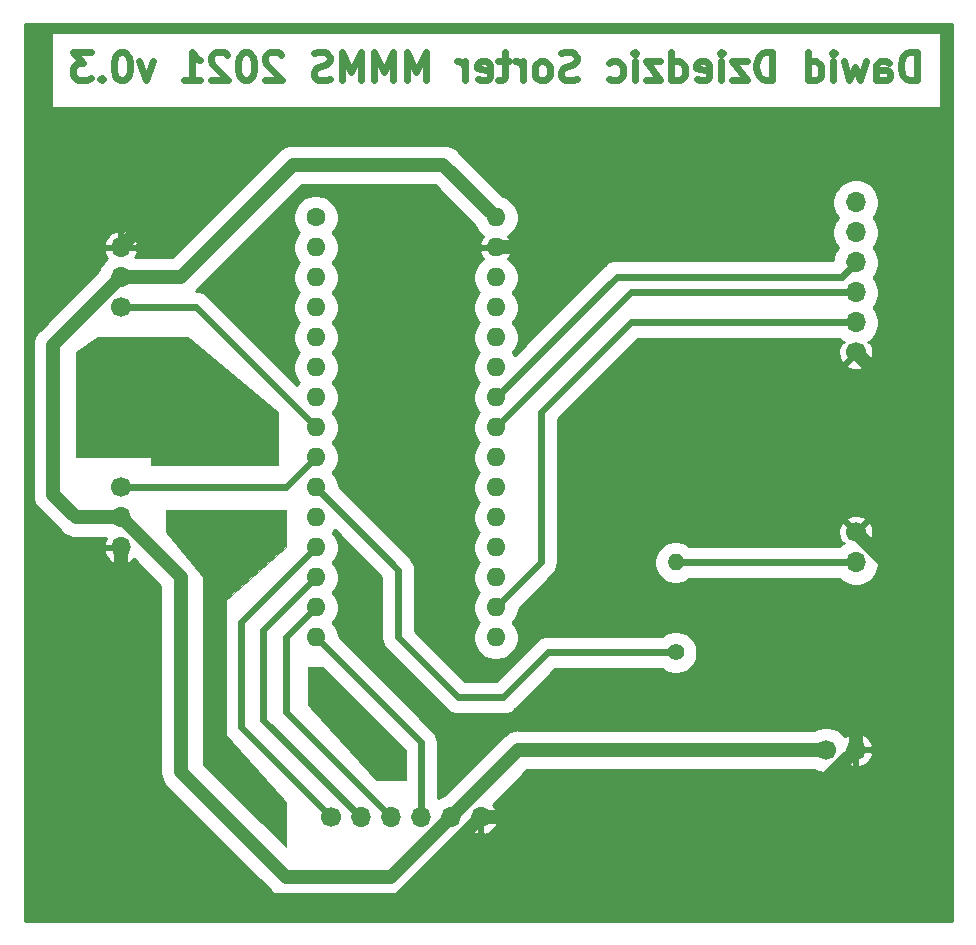
<source format=gbr>
%TF.GenerationSoftware,KiCad,Pcbnew,5.1.9*%
%TF.CreationDate,2021-05-09T20:13:58+02:00*%
%TF.ProjectId,mmms_sorter_schema,6d6d6d73-5f73-46f7-9274-65725f736368,rev?*%
%TF.SameCoordinates,Original*%
%TF.FileFunction,Copper,L1,Top*%
%TF.FilePolarity,Positive*%
%FSLAX46Y46*%
G04 Gerber Fmt 4.6, Leading zero omitted, Abs format (unit mm)*
G04 Created by KiCad (PCBNEW 5.1.9) date 2021-05-09 20:13:58*
%MOMM*%
%LPD*%
G01*
G04 APERTURE LIST*
%TA.AperFunction,NonConductor*%
%ADD10C,0.100000*%
%TD*%
%TA.AperFunction,NonConductor*%
%ADD11C,0.600000*%
%TD*%
%TA.AperFunction,ComponentPad*%
%ADD12O,1.700000X1.700000*%
%TD*%
%TA.AperFunction,ComponentPad*%
%ADD13C,1.700000*%
%TD*%
%TA.AperFunction,ComponentPad*%
%ADD14O,1.600000X1.600000*%
%TD*%
%TA.AperFunction,ComponentPad*%
%ADD15C,1.600000*%
%TD*%
%TA.AperFunction,ComponentPad*%
%ADD16O,1.400000X1.400000*%
%TD*%
%TA.AperFunction,ComponentPad*%
%ADD17C,1.400000*%
%TD*%
%TA.AperFunction,Conductor*%
%ADD18C,0.600000*%
%TD*%
%TA.AperFunction,Conductor*%
%ADD19C,1.200000*%
%TD*%
%TA.AperFunction,Conductor*%
%ADD20C,0.254000*%
%TD*%
%TA.AperFunction,Conductor*%
%ADD21C,0.100000*%
%TD*%
G04 APERTURE END LIST*
D10*
G36*
X137795000Y-103505000D02*
G01*
X137795000Y-106045000D01*
X135255000Y-106045000D01*
X129540000Y-99695000D01*
X129540000Y-96520000D01*
X130810000Y-96520000D01*
X137795000Y-103505000D01*
G37*
X137795000Y-103505000D02*
X137795000Y-106045000D01*
X135255000Y-106045000D01*
X129540000Y-99695000D01*
X129540000Y-96520000D01*
X130810000Y-96520000D01*
X137795000Y-103505000D01*
G36*
X127635000Y-86360000D02*
G01*
X122555000Y-90805000D01*
X122555000Y-102235000D01*
X127635000Y-107950000D01*
X127635000Y-111760000D01*
X120650000Y-104775000D01*
X120650000Y-88900000D01*
X117475000Y-85090000D01*
X117475000Y-83185000D01*
X127635000Y-83185000D01*
X127635000Y-86360000D01*
G37*
X127635000Y-86360000D02*
X122555000Y-90805000D01*
X122555000Y-102235000D01*
X127635000Y-107950000D01*
X127635000Y-111760000D01*
X120650000Y-104775000D01*
X120650000Y-88900000D01*
X117475000Y-85090000D01*
X117475000Y-83185000D01*
X127635000Y-83185000D01*
X127635000Y-86360000D01*
G36*
X127000000Y-74930000D02*
G01*
X127000000Y-79375000D01*
X116205000Y-79375000D01*
X116205000Y-78740000D01*
X109855000Y-78740000D01*
X109855000Y-69850000D01*
X111760000Y-68580000D01*
X119380000Y-68580000D01*
X127000000Y-74930000D01*
G37*
X127000000Y-74930000D02*
X127000000Y-79375000D01*
X116205000Y-79375000D01*
X116205000Y-78740000D01*
X109855000Y-78740000D01*
X109855000Y-69850000D01*
X111760000Y-68580000D01*
X119380000Y-68580000D01*
X127000000Y-74930000D01*
D11*
X181072142Y-46805714D02*
X181072142Y-44405714D01*
X180500714Y-44405714D01*
X180157857Y-44520000D01*
X179929285Y-44748571D01*
X179815000Y-44977142D01*
X179700714Y-45434285D01*
X179700714Y-45777142D01*
X179815000Y-46234285D01*
X179929285Y-46462857D01*
X180157857Y-46691428D01*
X180500714Y-46805714D01*
X181072142Y-46805714D01*
X177643571Y-46805714D02*
X177643571Y-45548571D01*
X177757857Y-45320000D01*
X177986428Y-45205714D01*
X178443571Y-45205714D01*
X178672142Y-45320000D01*
X177643571Y-46691428D02*
X177872142Y-46805714D01*
X178443571Y-46805714D01*
X178672142Y-46691428D01*
X178786428Y-46462857D01*
X178786428Y-46234285D01*
X178672142Y-46005714D01*
X178443571Y-45891428D01*
X177872142Y-45891428D01*
X177643571Y-45777142D01*
X176729285Y-45205714D02*
X176272142Y-46805714D01*
X175815000Y-45662857D01*
X175357857Y-46805714D01*
X174900714Y-45205714D01*
X173986428Y-46805714D02*
X173986428Y-45205714D01*
X173986428Y-44405714D02*
X174100714Y-44520000D01*
X173986428Y-44634285D01*
X173872142Y-44520000D01*
X173986428Y-44405714D01*
X173986428Y-44634285D01*
X171815000Y-46805714D02*
X171815000Y-44405714D01*
X171815000Y-46691428D02*
X172043571Y-46805714D01*
X172500714Y-46805714D01*
X172729285Y-46691428D01*
X172843571Y-46577142D01*
X172957857Y-46348571D01*
X172957857Y-45662857D01*
X172843571Y-45434285D01*
X172729285Y-45320000D01*
X172500714Y-45205714D01*
X172043571Y-45205714D01*
X171815000Y-45320000D01*
X168843571Y-46805714D02*
X168843571Y-44405714D01*
X168272142Y-44405714D01*
X167929285Y-44520000D01*
X167700714Y-44748571D01*
X167586428Y-44977142D01*
X167472142Y-45434285D01*
X167472142Y-45777142D01*
X167586428Y-46234285D01*
X167700714Y-46462857D01*
X167929285Y-46691428D01*
X168272142Y-46805714D01*
X168843571Y-46805714D01*
X166672142Y-45205714D02*
X165415000Y-45205714D01*
X166672142Y-46805714D01*
X165415000Y-46805714D01*
X164500714Y-46805714D02*
X164500714Y-45205714D01*
X164500714Y-44405714D02*
X164615000Y-44520000D01*
X164500714Y-44634285D01*
X164386428Y-44520000D01*
X164500714Y-44405714D01*
X164500714Y-44634285D01*
X162443571Y-46691428D02*
X162672142Y-46805714D01*
X163129285Y-46805714D01*
X163357857Y-46691428D01*
X163472142Y-46462857D01*
X163472142Y-45548571D01*
X163357857Y-45320000D01*
X163129285Y-45205714D01*
X162672142Y-45205714D01*
X162443571Y-45320000D01*
X162329285Y-45548571D01*
X162329285Y-45777142D01*
X163472142Y-46005714D01*
X160272142Y-46805714D02*
X160272142Y-44405714D01*
X160272142Y-46691428D02*
X160500714Y-46805714D01*
X160957857Y-46805714D01*
X161186428Y-46691428D01*
X161300714Y-46577142D01*
X161415000Y-46348571D01*
X161415000Y-45662857D01*
X161300714Y-45434285D01*
X161186428Y-45320000D01*
X160957857Y-45205714D01*
X160500714Y-45205714D01*
X160272142Y-45320000D01*
X159357857Y-45205714D02*
X158100714Y-45205714D01*
X159357857Y-46805714D01*
X158100714Y-46805714D01*
X157186428Y-46805714D02*
X157186428Y-45205714D01*
X157186428Y-44405714D02*
X157300714Y-44520000D01*
X157186428Y-44634285D01*
X157072142Y-44520000D01*
X157186428Y-44405714D01*
X157186428Y-44634285D01*
X155015000Y-46691428D02*
X155243571Y-46805714D01*
X155700714Y-46805714D01*
X155929285Y-46691428D01*
X156043571Y-46577142D01*
X156157857Y-46348571D01*
X156157857Y-45662857D01*
X156043571Y-45434285D01*
X155929285Y-45320000D01*
X155700714Y-45205714D01*
X155243571Y-45205714D01*
X155015000Y-45320000D01*
X152272142Y-46691428D02*
X151929285Y-46805714D01*
X151357857Y-46805714D01*
X151129285Y-46691428D01*
X151015000Y-46577142D01*
X150900714Y-46348571D01*
X150900714Y-46120000D01*
X151015000Y-45891428D01*
X151129285Y-45777142D01*
X151357857Y-45662857D01*
X151815000Y-45548571D01*
X152043571Y-45434285D01*
X152157857Y-45320000D01*
X152272142Y-45091428D01*
X152272142Y-44862857D01*
X152157857Y-44634285D01*
X152043571Y-44520000D01*
X151815000Y-44405714D01*
X151243571Y-44405714D01*
X150900714Y-44520000D01*
X149529285Y-46805714D02*
X149757857Y-46691428D01*
X149872142Y-46577142D01*
X149986428Y-46348571D01*
X149986428Y-45662857D01*
X149872142Y-45434285D01*
X149757857Y-45320000D01*
X149529285Y-45205714D01*
X149186428Y-45205714D01*
X148957857Y-45320000D01*
X148843571Y-45434285D01*
X148729285Y-45662857D01*
X148729285Y-46348571D01*
X148843571Y-46577142D01*
X148957857Y-46691428D01*
X149186428Y-46805714D01*
X149529285Y-46805714D01*
X147700714Y-46805714D02*
X147700714Y-45205714D01*
X147700714Y-45662857D02*
X147586428Y-45434285D01*
X147472142Y-45320000D01*
X147243571Y-45205714D01*
X147015000Y-45205714D01*
X146557857Y-45205714D02*
X145643571Y-45205714D01*
X146215000Y-44405714D02*
X146215000Y-46462857D01*
X146100714Y-46691428D01*
X145872142Y-46805714D01*
X145643571Y-46805714D01*
X143929285Y-46691428D02*
X144157857Y-46805714D01*
X144615000Y-46805714D01*
X144843571Y-46691428D01*
X144957857Y-46462857D01*
X144957857Y-45548571D01*
X144843571Y-45320000D01*
X144615000Y-45205714D01*
X144157857Y-45205714D01*
X143929285Y-45320000D01*
X143815000Y-45548571D01*
X143815000Y-45777142D01*
X144957857Y-46005714D01*
X142786428Y-46805714D02*
X142786428Y-45205714D01*
X142786428Y-45662857D02*
X142672142Y-45434285D01*
X142557857Y-45320000D01*
X142329285Y-45205714D01*
X142100714Y-45205714D01*
X139472142Y-46805714D02*
X139472142Y-44405714D01*
X138672142Y-46120000D01*
X137872142Y-44405714D01*
X137872142Y-46805714D01*
X136729285Y-46805714D02*
X136729285Y-44405714D01*
X135929285Y-46120000D01*
X135129285Y-44405714D01*
X135129285Y-46805714D01*
X133986428Y-46805714D02*
X133986428Y-44405714D01*
X133186428Y-46120000D01*
X132386428Y-44405714D01*
X132386428Y-46805714D01*
X131357857Y-46691428D02*
X131015000Y-46805714D01*
X130443571Y-46805714D01*
X130215000Y-46691428D01*
X130100714Y-46577142D01*
X129986428Y-46348571D01*
X129986428Y-46120000D01*
X130100714Y-45891428D01*
X130215000Y-45777142D01*
X130443571Y-45662857D01*
X130900714Y-45548571D01*
X131129285Y-45434285D01*
X131243571Y-45320000D01*
X131357857Y-45091428D01*
X131357857Y-44862857D01*
X131243571Y-44634285D01*
X131129285Y-44520000D01*
X130900714Y-44405714D01*
X130329285Y-44405714D01*
X129986428Y-44520000D01*
X127243571Y-44634285D02*
X127129285Y-44520000D01*
X126900714Y-44405714D01*
X126329285Y-44405714D01*
X126100714Y-44520000D01*
X125986428Y-44634285D01*
X125872142Y-44862857D01*
X125872142Y-45091428D01*
X125986428Y-45434285D01*
X127357857Y-46805714D01*
X125872142Y-46805714D01*
X124386428Y-44405714D02*
X124157857Y-44405714D01*
X123929285Y-44520000D01*
X123815000Y-44634285D01*
X123700714Y-44862857D01*
X123586428Y-45320000D01*
X123586428Y-45891428D01*
X123700714Y-46348571D01*
X123815000Y-46577142D01*
X123929285Y-46691428D01*
X124157857Y-46805714D01*
X124386428Y-46805714D01*
X124615000Y-46691428D01*
X124729285Y-46577142D01*
X124843571Y-46348571D01*
X124957857Y-45891428D01*
X124957857Y-45320000D01*
X124843571Y-44862857D01*
X124729285Y-44634285D01*
X124615000Y-44520000D01*
X124386428Y-44405714D01*
X122672142Y-44634285D02*
X122557857Y-44520000D01*
X122329285Y-44405714D01*
X121757857Y-44405714D01*
X121529285Y-44520000D01*
X121415000Y-44634285D01*
X121300714Y-44862857D01*
X121300714Y-45091428D01*
X121415000Y-45434285D01*
X122786428Y-46805714D01*
X121300714Y-46805714D01*
X119015000Y-46805714D02*
X120386428Y-46805714D01*
X119700714Y-46805714D02*
X119700714Y-44405714D01*
X119929285Y-44748571D01*
X120157857Y-44977142D01*
X120386428Y-45091428D01*
X116386428Y-45205714D02*
X115815000Y-46805714D01*
X115243571Y-45205714D01*
X113872142Y-44405714D02*
X113643571Y-44405714D01*
X113415000Y-44520000D01*
X113300714Y-44634285D01*
X113186428Y-44862857D01*
X113072142Y-45320000D01*
X113072142Y-45891428D01*
X113186428Y-46348571D01*
X113300714Y-46577142D01*
X113415000Y-46691428D01*
X113643571Y-46805714D01*
X113872142Y-46805714D01*
X114100714Y-46691428D01*
X114215000Y-46577142D01*
X114329285Y-46348571D01*
X114443571Y-45891428D01*
X114443571Y-45320000D01*
X114329285Y-44862857D01*
X114215000Y-44634285D01*
X114100714Y-44520000D01*
X113872142Y-44405714D01*
X112043571Y-46577142D02*
X111929285Y-46691428D01*
X112043571Y-46805714D01*
X112157857Y-46691428D01*
X112043571Y-46577142D01*
X112043571Y-46805714D01*
X111129285Y-44405714D02*
X109643571Y-44405714D01*
X110443571Y-45320000D01*
X110100714Y-45320000D01*
X109872142Y-45434285D01*
X109757857Y-45548571D01*
X109643571Y-45777142D01*
X109643571Y-46348571D01*
X109757857Y-46577142D01*
X109872142Y-46691428D01*
X110100714Y-46805714D01*
X110786428Y-46805714D01*
X111015000Y-46691428D01*
X111129285Y-46577142D01*
D12*
%TO.P,U2,6*%
%TO.N,Net-(U2-Pad6)*%
X175895000Y-57150000D03*
%TO.P,U2,5*%
%TO.N,N/C*%
X175895000Y-59690000D03*
%TO.P,U2,4*%
%TO.N,SCL*%
X175895000Y-62230000D03*
%TO.P,U2,3*%
%TO.N,SDA*%
X175895000Y-64770000D03*
%TO.P,U2,2*%
%TO.N,Net-(A1-Pad17)*%
X175895000Y-67310000D03*
D13*
%TO.P,U2,1*%
%TO.N,GND*%
X175895000Y-69850000D03*
%TD*%
D14*
%TO.P,A1,16*%
%TO.N,Net-(A1-Pad16)*%
X145415000Y-93980000D03*
%TO.P,A1,15*%
%TO.N,Net-(A1-Pad15)*%
X130175000Y-93980000D03*
%TO.P,A1,30*%
%TO.N,+5V*%
X145415000Y-58420000D03*
%TO.P,A1,14*%
%TO.N,Net-(A1-Pad14)*%
X130175000Y-91440000D03*
%TO.P,A1,29*%
%TO.N,GND*%
X145415000Y-60960000D03*
%TO.P,A1,13*%
%TO.N,Net-(A1-Pad13)*%
X130175000Y-88900000D03*
%TO.P,A1,28*%
%TO.N,Net-(A1-Pad28)*%
X145415000Y-63500000D03*
%TO.P,A1,12*%
%TO.N,Net-(A1-Pad12)*%
X130175000Y-86360000D03*
%TO.P,A1,27*%
%TO.N,Net-(A1-Pad27)*%
X145415000Y-66040000D03*
%TO.P,A1,11*%
%TO.N,Net-(A1-Pad11)*%
X130175000Y-83820000D03*
%TO.P,A1,26*%
%TO.N,Net-(A1-Pad26)*%
X145415000Y-68580000D03*
%TO.P,A1,10*%
%TO.N,Net-(A1-Pad10)*%
X130175000Y-81280000D03*
%TO.P,A1,25*%
%TO.N,Net-(A1-Pad25)*%
X145415000Y-71120000D03*
%TO.P,A1,9*%
%TO.N,Net-(A1-Pad9)*%
X130175000Y-78740000D03*
%TO.P,A1,24*%
%TO.N,SCL*%
X145415000Y-73660000D03*
%TO.P,A1,8*%
%TO.N,Net-(A1-Pad8)*%
X130175000Y-76200000D03*
%TO.P,A1,23*%
%TO.N,SDA*%
X145415000Y-76200000D03*
%TO.P,A1,7*%
%TO.N,Net-(A1-Pad7)*%
X130175000Y-73660000D03*
%TO.P,A1,22*%
%TO.N,Net-(A1-Pad22)*%
X145415000Y-78740000D03*
%TO.P,A1,6*%
%TO.N,Net-(A1-Pad6)*%
X130175000Y-71120000D03*
%TO.P,A1,21*%
%TO.N,Net-(A1-Pad21)*%
X145415000Y-81280000D03*
%TO.P,A1,5*%
%TO.N,Net-(A1-Pad5)*%
X130175000Y-68580000D03*
%TO.P,A1,20*%
%TO.N,Net-(A1-Pad20)*%
X145415000Y-83820000D03*
%TO.P,A1,4*%
%TO.N,Net-(A1-Pad4)*%
X130175000Y-66040000D03*
%TO.P,A1,19*%
%TO.N,Net-(A1-Pad19)*%
X145415000Y-86360000D03*
%TO.P,A1,3*%
%TO.N,Net-(A1-Pad3)*%
X130175000Y-63500000D03*
%TO.P,A1,18*%
%TO.N,Net-(A1-Pad18)*%
X145415000Y-88900000D03*
%TO.P,A1,2*%
%TO.N,Net-(A1-Pad2)*%
X130175000Y-60960000D03*
%TO.P,A1,17*%
%TO.N,Net-(A1-Pad17)*%
X145415000Y-91440000D03*
D15*
%TO.P,A1,1*%
%TO.N,Net-(A1-Pad1)*%
X130175000Y-58420000D03*
%TD*%
D16*
%TO.P,R1,2*%
%TO.N,Net-(D1-Pad2)*%
X160655000Y-87630000D03*
D17*
%TO.P,R1,1*%
%TO.N,Net-(A1-Pad10)*%
X160655000Y-95250000D03*
%TD*%
D12*
%TO.P,M2,3*%
%TO.N,GND*%
X113665000Y-60960000D03*
%TO.P,M2,2*%
%TO.N,+5V*%
X113665000Y-63500000D03*
D13*
%TO.P,M2,1*%
%TO.N,Net-(A1-Pad8)*%
X113665000Y-66040000D03*
%TD*%
D12*
%TO.P,REF\u002A\u002A,2*%
%TO.N,GND*%
X175895000Y-103505000D03*
D13*
%TO.P,REF\u002A\u002A,1*%
%TO.N,+5V*%
X173355000Y-103505000D03*
%TD*%
D12*
%TO.P,U3,6*%
%TO.N,GND*%
X144145000Y-109220000D03*
%TO.P,U3,5*%
%TO.N,+5V*%
X141605000Y-109220000D03*
%TO.P,U3,4*%
%TO.N,Net-(A1-Pad15)*%
X139065000Y-109220000D03*
%TO.P,U3,3*%
%TO.N,Net-(A1-Pad14)*%
X136525000Y-109220000D03*
%TO.P,U3,2*%
%TO.N,Net-(A1-Pad13)*%
X133985000Y-109220000D03*
D13*
%TO.P,U3,1*%
%TO.N,Net-(A1-Pad12)*%
X131445000Y-109220000D03*
%TD*%
D12*
%TO.P,M1,3*%
%TO.N,GND*%
X113665000Y-86360000D03*
%TO.P,M1,2*%
%TO.N,+5V*%
X113665000Y-83820000D03*
D13*
%TO.P,M1,1*%
%TO.N,Net-(A1-Pad9)*%
X113665000Y-81280000D03*
%TD*%
D12*
%TO.P,D1,2*%
%TO.N,Net-(D1-Pad2)*%
X175895000Y-87630000D03*
D13*
%TO.P,D1,1*%
%TO.N,GND*%
X175895000Y-85090000D03*
%TD*%
D18*
%TO.N,Net-(A1-Pad15)*%
X139065000Y-102870000D02*
X130175000Y-93980000D01*
X139065000Y-109220000D02*
X139065000Y-102870000D01*
D19*
%TO.N,+5V*%
X141605000Y-109220000D02*
X136525000Y-114300000D01*
X136525000Y-114300000D02*
X127635000Y-114300000D01*
X127635000Y-114300000D02*
X118745000Y-105410000D01*
X118745000Y-88900000D02*
X113665000Y-83820000D01*
X118745000Y-105410000D02*
X118745000Y-88900000D01*
X113665000Y-83820000D02*
X109855000Y-83820000D01*
X109855000Y-83820000D02*
X107950000Y-81915000D01*
X107950000Y-69215000D02*
X113665000Y-63500000D01*
X107950000Y-81915000D02*
X107950000Y-69215000D01*
X113665000Y-63500000D02*
X118745000Y-63500000D01*
X118745000Y-63500000D02*
X128270000Y-53975000D01*
X140970000Y-53975000D02*
X145415000Y-58420000D01*
X128270000Y-53975000D02*
X140970000Y-53975000D01*
X147320000Y-103505000D02*
X141605000Y-109220000D01*
X173355000Y-103505000D02*
X147320000Y-103505000D01*
D18*
%TO.N,Net-(A1-Pad14)*%
X136525000Y-109220000D02*
X127635000Y-100330000D01*
X127635000Y-93980000D02*
X130175000Y-91440000D01*
X127635000Y-100330000D02*
X127635000Y-93980000D01*
D19*
%TO.N,GND*%
X144145000Y-109220000D02*
X137160000Y-116205000D01*
X137160000Y-116205000D02*
X123825000Y-116205000D01*
X113665000Y-106045000D02*
X113665000Y-86360000D01*
X123825000Y-116205000D02*
X113665000Y-106045000D01*
X175895000Y-103505000D02*
X175895000Y-96520000D01*
X175895000Y-96520000D02*
X180340000Y-92075000D01*
X180340000Y-89535000D02*
X175895000Y-85090000D01*
X180340000Y-92075000D02*
X180340000Y-89535000D01*
X180340000Y-74295000D02*
X175895000Y-69850000D01*
X180340000Y-89535000D02*
X180340000Y-74295000D01*
X113665000Y-60960000D02*
X123190000Y-51435000D01*
X180340000Y-54610000D02*
X180340000Y-74295000D01*
X177165000Y-51435000D02*
X180340000Y-54610000D01*
X146685000Y-60960000D02*
X156210000Y-51435000D01*
X145415000Y-60960000D02*
X146685000Y-60960000D01*
X156210000Y-51435000D02*
X177165000Y-51435000D01*
X123190000Y-51435000D02*
X156210000Y-51435000D01*
X170180000Y-109220000D02*
X175895000Y-103505000D01*
X144145000Y-109220000D02*
X170180000Y-109220000D01*
D18*
%TO.N,Net-(A1-Pad13)*%
X133985000Y-109220000D02*
X125730000Y-100965000D01*
X125730000Y-93345000D02*
X130175000Y-88900000D01*
X125730000Y-100965000D02*
X125730000Y-93345000D01*
%TO.N,Net-(A1-Pad12)*%
X131445000Y-109220000D02*
X123825000Y-101600000D01*
X123825000Y-92710000D02*
X130175000Y-86360000D01*
X123825000Y-101600000D02*
X123825000Y-92710000D01*
%TO.N,Net-(A1-Pad10)*%
X137160000Y-88265000D02*
X130175000Y-81280000D01*
X137160000Y-93980000D02*
X137160000Y-88265000D01*
X142240000Y-99060000D02*
X137160000Y-93980000D01*
X146050000Y-99060000D02*
X142240000Y-99060000D01*
X149860000Y-95250000D02*
X146050000Y-99060000D01*
X160655000Y-95250000D02*
X149860000Y-95250000D01*
%TO.N,Net-(A1-Pad9)*%
X127635000Y-81280000D02*
X130175000Y-78740000D01*
X113665000Y-81280000D02*
X127635000Y-81280000D01*
%TO.N,SCL*%
X174705001Y-63419999D02*
X175895000Y-62230000D01*
X155655001Y-63419999D02*
X174705001Y-63419999D01*
X145415000Y-73660000D02*
X155655001Y-63419999D01*
%TO.N,Net-(A1-Pad8)*%
X120015000Y-66040000D02*
X130175000Y-76200000D01*
X113665000Y-66040000D02*
X120015000Y-66040000D01*
%TO.N,SDA*%
X156845000Y-64770000D02*
X175895000Y-64770000D01*
X145415000Y-76200000D02*
X156845000Y-64770000D01*
%TO.N,Net-(A1-Pad17)*%
X145415000Y-91440000D02*
X149225000Y-87630000D01*
X149225000Y-87630000D02*
X149225000Y-74930000D01*
X156845000Y-67310000D02*
X175895000Y-67310000D01*
X149225000Y-74930000D02*
X156845000Y-67310000D01*
%TO.N,Net-(D1-Pad2)*%
X175895000Y-87630000D02*
X160655000Y-87630000D01*
%TD*%
D20*
%TO.N,GND*%
X184023000Y-117983000D02*
X105537000Y-117983000D01*
X105537000Y-86716890D01*
X112223524Y-86716890D01*
X112268175Y-86864099D01*
X112393359Y-87126920D01*
X112567412Y-87360269D01*
X112783645Y-87555178D01*
X113033748Y-87704157D01*
X113308109Y-87801481D01*
X113538000Y-87680814D01*
X113538000Y-86487000D01*
X112344845Y-86487000D01*
X112223524Y-86716890D01*
X105537000Y-86716890D01*
X105537000Y-69215000D01*
X106214644Y-69215000D01*
X106223001Y-69299848D01*
X106223000Y-81830162D01*
X106214644Y-81915000D01*
X106223000Y-81999838D01*
X106223000Y-81999840D01*
X106247988Y-82253550D01*
X106346740Y-82579091D01*
X106507104Y-82879111D01*
X106722918Y-83142082D01*
X106788822Y-83196168D01*
X108573834Y-84981181D01*
X108627918Y-85047082D01*
X108693817Y-85101164D01*
X108693818Y-85101165D01*
X108890887Y-85262896D01*
X109190908Y-85423260D01*
X109516449Y-85522012D01*
X109770159Y-85547000D01*
X109770161Y-85547000D01*
X109855000Y-85555356D01*
X109939838Y-85547000D01*
X112427730Y-85547000D01*
X112393359Y-85593080D01*
X112268175Y-85855901D01*
X112223524Y-86003110D01*
X112344845Y-86233000D01*
X113538000Y-86233000D01*
X113538000Y-86213000D01*
X113615654Y-86213000D01*
X113812000Y-86409346D01*
X113812000Y-86487000D01*
X113792000Y-86487000D01*
X113792000Y-87680814D01*
X114021891Y-87801481D01*
X114296252Y-87704157D01*
X114546355Y-87555178D01*
X114762588Y-87360269D01*
X114762731Y-87360077D01*
X117018001Y-89615348D01*
X117018000Y-105325162D01*
X117009644Y-105410000D01*
X117018000Y-105494838D01*
X117018000Y-105494840D01*
X117042988Y-105748550D01*
X117141740Y-106074091D01*
X117302104Y-106374111D01*
X117517918Y-106637082D01*
X117583822Y-106691168D01*
X126353836Y-115461183D01*
X126407918Y-115527082D01*
X126473817Y-115581164D01*
X126473818Y-115581165D01*
X126670887Y-115742896D01*
X126970906Y-115903259D01*
X126970908Y-115903260D01*
X127296449Y-116002012D01*
X127550159Y-116027000D01*
X127550161Y-116027000D01*
X127635000Y-116035356D01*
X127719838Y-116027000D01*
X136440162Y-116027000D01*
X136525000Y-116035356D01*
X136609838Y-116027000D01*
X136609841Y-116027000D01*
X136863551Y-116002012D01*
X137189092Y-115903260D01*
X137489112Y-115742896D01*
X137752082Y-115527082D01*
X137806168Y-115461178D01*
X142137545Y-111129802D01*
X142181670Y-111121025D01*
X142541461Y-110971995D01*
X142865264Y-110755636D01*
X143140636Y-110480264D01*
X143214541Y-110369658D01*
X143378080Y-110491641D01*
X143640901Y-110616825D01*
X143788110Y-110661476D01*
X144018000Y-110540155D01*
X144018000Y-109347000D01*
X144272000Y-109347000D01*
X144272000Y-110540155D01*
X144501890Y-110661476D01*
X144649099Y-110616825D01*
X144911920Y-110491641D01*
X145145269Y-110317588D01*
X145340178Y-110101355D01*
X145489157Y-109851252D01*
X145586481Y-109576891D01*
X145465814Y-109347000D01*
X144272000Y-109347000D01*
X144018000Y-109347000D01*
X143998000Y-109347000D01*
X143998000Y-109269346D01*
X144194346Y-109073000D01*
X144272000Y-109073000D01*
X144272000Y-109093000D01*
X145465814Y-109093000D01*
X145586481Y-108863109D01*
X145489157Y-108588748D01*
X145340178Y-108338645D01*
X145145269Y-108122412D01*
X145145077Y-108122269D01*
X148035347Y-105232000D01*
X172381131Y-105232000D01*
X172418539Y-105256995D01*
X172778330Y-105406025D01*
X173160282Y-105482000D01*
X173549718Y-105482000D01*
X173931670Y-105406025D01*
X174291461Y-105256995D01*
X174615264Y-105040636D01*
X174890636Y-104765264D01*
X174964541Y-104654658D01*
X175128080Y-104776641D01*
X175390901Y-104901825D01*
X175538110Y-104946476D01*
X175768000Y-104825155D01*
X175768000Y-103632000D01*
X176022000Y-103632000D01*
X176022000Y-104825155D01*
X176251890Y-104946476D01*
X176399099Y-104901825D01*
X176661920Y-104776641D01*
X176895269Y-104602588D01*
X177090178Y-104386355D01*
X177239157Y-104136252D01*
X177336481Y-103861891D01*
X177215814Y-103632000D01*
X176022000Y-103632000D01*
X175768000Y-103632000D01*
X175748000Y-103632000D01*
X175748000Y-103378000D01*
X175768000Y-103378000D01*
X175768000Y-102184845D01*
X176022000Y-102184845D01*
X176022000Y-103378000D01*
X177215814Y-103378000D01*
X177336481Y-103148109D01*
X177239157Y-102873748D01*
X177090178Y-102623645D01*
X176895269Y-102407412D01*
X176661920Y-102233359D01*
X176399099Y-102108175D01*
X176251890Y-102063524D01*
X176022000Y-102184845D01*
X175768000Y-102184845D01*
X175538110Y-102063524D01*
X175390901Y-102108175D01*
X175128080Y-102233359D01*
X174964541Y-102355342D01*
X174890636Y-102244736D01*
X174615264Y-101969364D01*
X174291461Y-101753005D01*
X173931670Y-101603975D01*
X173549718Y-101528000D01*
X173160282Y-101528000D01*
X172778330Y-101603975D01*
X172418539Y-101753005D01*
X172381131Y-101778000D01*
X147404841Y-101778000D01*
X147320000Y-101769644D01*
X146981448Y-101802988D01*
X146655908Y-101901740D01*
X146355887Y-102062104D01*
X146158818Y-102223835D01*
X146092918Y-102277918D01*
X146038836Y-102343817D01*
X141072456Y-107310198D01*
X141028330Y-107318975D01*
X140668539Y-107468005D01*
X140492000Y-107585965D01*
X140492000Y-102940090D01*
X140498903Y-102870000D01*
X140492000Y-102799910D01*
X140492000Y-102799902D01*
X140471352Y-102590259D01*
X140464764Y-102568539D01*
X140432935Y-102463614D01*
X140389755Y-102321269D01*
X140257248Y-102073366D01*
X140249171Y-102063524D01*
X140123608Y-101910525D01*
X140123605Y-101910522D01*
X140078923Y-101856077D01*
X140024478Y-101811395D01*
X132102000Y-93888918D01*
X132102000Y-93790207D01*
X132027947Y-93417915D01*
X131882685Y-93067223D01*
X131671799Y-92751609D01*
X131630190Y-92710000D01*
X131671799Y-92668391D01*
X131882685Y-92352777D01*
X132027947Y-92002085D01*
X132102000Y-91629793D01*
X132102000Y-91250207D01*
X132027947Y-90877915D01*
X131882685Y-90527223D01*
X131671799Y-90211609D01*
X131630190Y-90170000D01*
X131671799Y-90128391D01*
X131882685Y-89812777D01*
X132027947Y-89462085D01*
X132102000Y-89089793D01*
X132102000Y-88710207D01*
X132027947Y-88337915D01*
X131882685Y-87987223D01*
X131671799Y-87671609D01*
X131630190Y-87630000D01*
X131671799Y-87588391D01*
X131882685Y-87272777D01*
X132027947Y-86922085D01*
X132102000Y-86549793D01*
X132102000Y-86170207D01*
X132027947Y-85797915D01*
X131882685Y-85447223D01*
X131671799Y-85131609D01*
X131630190Y-85090000D01*
X131671799Y-85048391D01*
X131773341Y-84896423D01*
X135733001Y-88856084D01*
X135733000Y-93909912D01*
X135726097Y-93980000D01*
X135733000Y-94050088D01*
X135733000Y-94050097D01*
X135753648Y-94259740D01*
X135835245Y-94528730D01*
X135967752Y-94776633D01*
X135967753Y-94776634D01*
X136101392Y-94939474D01*
X136101395Y-94939477D01*
X136146077Y-94993922D01*
X136200523Y-95038605D01*
X141181395Y-100019478D01*
X141226077Y-100073923D01*
X141280522Y-100118605D01*
X141280525Y-100118608D01*
X141371963Y-100193649D01*
X141443366Y-100252248D01*
X141691269Y-100384755D01*
X141878661Y-100441600D01*
X141960258Y-100466352D01*
X141984474Y-100468737D01*
X142169902Y-100487000D01*
X142169910Y-100487000D01*
X142240000Y-100493903D01*
X142310090Y-100487000D01*
X145979912Y-100487000D01*
X146050000Y-100493903D01*
X146120088Y-100487000D01*
X146120098Y-100487000D01*
X146329741Y-100466352D01*
X146598731Y-100384755D01*
X146846634Y-100252248D01*
X147063923Y-100073923D01*
X147108609Y-100019473D01*
X150451083Y-96677000D01*
X159502142Y-96677000D01*
X159789591Y-96869066D01*
X160122084Y-97006789D01*
X160475056Y-97077000D01*
X160834944Y-97077000D01*
X161187916Y-97006789D01*
X161520409Y-96869066D01*
X161819645Y-96669124D01*
X162074124Y-96414645D01*
X162274066Y-96115409D01*
X162411789Y-95782916D01*
X162482000Y-95429944D01*
X162482000Y-95070056D01*
X162411789Y-94717084D01*
X162274066Y-94384591D01*
X162074124Y-94085355D01*
X161819645Y-93830876D01*
X161520409Y-93630934D01*
X161187916Y-93493211D01*
X160834944Y-93423000D01*
X160475056Y-93423000D01*
X160122084Y-93493211D01*
X159789591Y-93630934D01*
X159502142Y-93823000D01*
X149930090Y-93823000D01*
X149860000Y-93816097D01*
X149789910Y-93823000D01*
X149789902Y-93823000D01*
X149604474Y-93841263D01*
X149580258Y-93843648D01*
X149498661Y-93868400D01*
X149311269Y-93925245D01*
X149208830Y-93980000D01*
X149063365Y-94057752D01*
X148900525Y-94191392D01*
X148900522Y-94191395D01*
X148846077Y-94236077D01*
X148801395Y-94290522D01*
X145458918Y-97633000D01*
X142831083Y-97633000D01*
X138587000Y-93388918D01*
X138587000Y-88335090D01*
X138593903Y-88265000D01*
X138587000Y-88194910D01*
X138587000Y-88194902D01*
X138568737Y-88009474D01*
X138566352Y-87985258D01*
X138541600Y-87903661D01*
X138484755Y-87716269D01*
X138352248Y-87468366D01*
X138230056Y-87319475D01*
X138218608Y-87305525D01*
X138218605Y-87305522D01*
X138173923Y-87251077D01*
X138119478Y-87206395D01*
X132102000Y-81188918D01*
X132102000Y-81090207D01*
X132027947Y-80717915D01*
X131882685Y-80367223D01*
X131671799Y-80051609D01*
X131630190Y-80010000D01*
X131671799Y-79968391D01*
X131882685Y-79652777D01*
X132027947Y-79302085D01*
X132102000Y-78929793D01*
X132102000Y-78550207D01*
X132027947Y-78177915D01*
X131882685Y-77827223D01*
X131671799Y-77511609D01*
X131630190Y-77470000D01*
X131671799Y-77428391D01*
X131882685Y-77112777D01*
X132027947Y-76762085D01*
X132102000Y-76389793D01*
X132102000Y-76010207D01*
X132027947Y-75637915D01*
X131882685Y-75287223D01*
X131671799Y-74971609D01*
X131630190Y-74930000D01*
X131671799Y-74888391D01*
X131882685Y-74572777D01*
X132027947Y-74222085D01*
X132102000Y-73849793D01*
X132102000Y-73470207D01*
X132027947Y-73097915D01*
X131882685Y-72747223D01*
X131671799Y-72431609D01*
X131630190Y-72390000D01*
X131671799Y-72348391D01*
X131882685Y-72032777D01*
X132027947Y-71682085D01*
X132102000Y-71309793D01*
X132102000Y-70930207D01*
X132027947Y-70557915D01*
X131882685Y-70207223D01*
X131671799Y-69891609D01*
X131630190Y-69850000D01*
X131671799Y-69808391D01*
X131882685Y-69492777D01*
X132027947Y-69142085D01*
X132102000Y-68769793D01*
X132102000Y-68390207D01*
X132027947Y-68017915D01*
X131882685Y-67667223D01*
X131671799Y-67351609D01*
X131630190Y-67310000D01*
X131671799Y-67268391D01*
X131882685Y-66952777D01*
X132027947Y-66602085D01*
X132102000Y-66229793D01*
X132102000Y-65850207D01*
X132027947Y-65477915D01*
X131882685Y-65127223D01*
X131671799Y-64811609D01*
X131630190Y-64770000D01*
X131671799Y-64728391D01*
X131882685Y-64412777D01*
X132027947Y-64062085D01*
X132102000Y-63689793D01*
X132102000Y-63310207D01*
X143488000Y-63310207D01*
X143488000Y-63689793D01*
X143562053Y-64062085D01*
X143707315Y-64412777D01*
X143918201Y-64728391D01*
X143959810Y-64770000D01*
X143918201Y-64811609D01*
X143707315Y-65127223D01*
X143562053Y-65477915D01*
X143488000Y-65850207D01*
X143488000Y-66229793D01*
X143562053Y-66602085D01*
X143707315Y-66952777D01*
X143918201Y-67268391D01*
X143959810Y-67310000D01*
X143918201Y-67351609D01*
X143707315Y-67667223D01*
X143562053Y-68017915D01*
X143488000Y-68390207D01*
X143488000Y-68769793D01*
X143562053Y-69142085D01*
X143707315Y-69492777D01*
X143918201Y-69808391D01*
X143959810Y-69850000D01*
X143918201Y-69891609D01*
X143707315Y-70207223D01*
X143562053Y-70557915D01*
X143488000Y-70930207D01*
X143488000Y-71309793D01*
X143562053Y-71682085D01*
X143707315Y-72032777D01*
X143918201Y-72348391D01*
X143959810Y-72390000D01*
X143918201Y-72431609D01*
X143707315Y-72747223D01*
X143562053Y-73097915D01*
X143488000Y-73470207D01*
X143488000Y-73849793D01*
X143562053Y-74222085D01*
X143707315Y-74572777D01*
X143918201Y-74888391D01*
X143959810Y-74930000D01*
X143918201Y-74971609D01*
X143707315Y-75287223D01*
X143562053Y-75637915D01*
X143488000Y-76010207D01*
X143488000Y-76389793D01*
X143562053Y-76762085D01*
X143707315Y-77112777D01*
X143918201Y-77428391D01*
X143959810Y-77470000D01*
X143918201Y-77511609D01*
X143707315Y-77827223D01*
X143562053Y-78177915D01*
X143488000Y-78550207D01*
X143488000Y-78929793D01*
X143562053Y-79302085D01*
X143707315Y-79652777D01*
X143918201Y-79968391D01*
X143959810Y-80010000D01*
X143918201Y-80051609D01*
X143707315Y-80367223D01*
X143562053Y-80717915D01*
X143488000Y-81090207D01*
X143488000Y-81469793D01*
X143562053Y-81842085D01*
X143707315Y-82192777D01*
X143918201Y-82508391D01*
X143959810Y-82550000D01*
X143918201Y-82591609D01*
X143707315Y-82907223D01*
X143562053Y-83257915D01*
X143488000Y-83630207D01*
X143488000Y-84009793D01*
X143562053Y-84382085D01*
X143707315Y-84732777D01*
X143918201Y-85048391D01*
X143959810Y-85090000D01*
X143918201Y-85131609D01*
X143707315Y-85447223D01*
X143562053Y-85797915D01*
X143488000Y-86170207D01*
X143488000Y-86549793D01*
X143562053Y-86922085D01*
X143707315Y-87272777D01*
X143918201Y-87588391D01*
X143959810Y-87630000D01*
X143918201Y-87671609D01*
X143707315Y-87987223D01*
X143562053Y-88337915D01*
X143488000Y-88710207D01*
X143488000Y-89089793D01*
X143562053Y-89462085D01*
X143707315Y-89812777D01*
X143918201Y-90128391D01*
X143959810Y-90170000D01*
X143918201Y-90211609D01*
X143707315Y-90527223D01*
X143562053Y-90877915D01*
X143488000Y-91250207D01*
X143488000Y-91629793D01*
X143562053Y-92002085D01*
X143707315Y-92352777D01*
X143918201Y-92668391D01*
X143959810Y-92710000D01*
X143918201Y-92751609D01*
X143707315Y-93067223D01*
X143562053Y-93417915D01*
X143488000Y-93790207D01*
X143488000Y-94169793D01*
X143562053Y-94542085D01*
X143707315Y-94892777D01*
X143918201Y-95208391D01*
X144186609Y-95476799D01*
X144502223Y-95687685D01*
X144852915Y-95832947D01*
X145225207Y-95907000D01*
X145604793Y-95907000D01*
X145977085Y-95832947D01*
X146327777Y-95687685D01*
X146643391Y-95476799D01*
X146911799Y-95208391D01*
X147122685Y-94892777D01*
X147267947Y-94542085D01*
X147342000Y-94169793D01*
X147342000Y-93790207D01*
X147267947Y-93417915D01*
X147122685Y-93067223D01*
X146911799Y-92751609D01*
X146870190Y-92710000D01*
X146911799Y-92668391D01*
X147122685Y-92352777D01*
X147267947Y-92002085D01*
X147342000Y-91629793D01*
X147342000Y-91531082D01*
X150184482Y-88688600D01*
X150238922Y-88643923D01*
X150283601Y-88589482D01*
X150283608Y-88589475D01*
X150417248Y-88426635D01*
X150549754Y-88178732D01*
X150549755Y-88178731D01*
X150608444Y-87985258D01*
X150631352Y-87909742D01*
X150641303Y-87808705D01*
X150652000Y-87700098D01*
X150652000Y-87700090D01*
X150658903Y-87630000D01*
X150652000Y-87559910D01*
X150652000Y-87450056D01*
X158828000Y-87450056D01*
X158828000Y-87809944D01*
X158898211Y-88162916D01*
X159035934Y-88495409D01*
X159235876Y-88794645D01*
X159490355Y-89049124D01*
X159789591Y-89249066D01*
X160122084Y-89386789D01*
X160475056Y-89457000D01*
X160834944Y-89457000D01*
X161187916Y-89386789D01*
X161520409Y-89249066D01*
X161807858Y-89057000D01*
X174526100Y-89057000D01*
X174634736Y-89165636D01*
X174958539Y-89381995D01*
X175318330Y-89531025D01*
X175700282Y-89607000D01*
X176089718Y-89607000D01*
X176471670Y-89531025D01*
X176831461Y-89381995D01*
X177155264Y-89165636D01*
X177430636Y-88890264D01*
X177646995Y-88566461D01*
X177796025Y-88206670D01*
X177872000Y-87824718D01*
X177872000Y-87435282D01*
X177796025Y-87053330D01*
X177646995Y-86693539D01*
X177430636Y-86369736D01*
X177155264Y-86094364D01*
X176925343Y-85940735D01*
X176923399Y-85938791D01*
X177172472Y-85861157D01*
X177298371Y-85597117D01*
X177370339Y-85313589D01*
X177385611Y-85021469D01*
X177343599Y-84731981D01*
X177245919Y-84456253D01*
X177172472Y-84318843D01*
X176923397Y-84241208D01*
X176074605Y-85090000D01*
X176088748Y-85104143D01*
X175909143Y-85283748D01*
X175895000Y-85269605D01*
X175880858Y-85283748D01*
X175701253Y-85104143D01*
X175715395Y-85090000D01*
X174866603Y-84241208D01*
X174617528Y-84318843D01*
X174491629Y-84582883D01*
X174419661Y-84866411D01*
X174404389Y-85158531D01*
X174446401Y-85448019D01*
X174544081Y-85723747D01*
X174617528Y-85861157D01*
X174866601Y-85938791D01*
X174864657Y-85940735D01*
X174634736Y-86094364D01*
X174526100Y-86203000D01*
X161807858Y-86203000D01*
X161520409Y-86010934D01*
X161187916Y-85873211D01*
X160834944Y-85803000D01*
X160475056Y-85803000D01*
X160122084Y-85873211D01*
X159789591Y-86010934D01*
X159490355Y-86210876D01*
X159235876Y-86465355D01*
X159035934Y-86764591D01*
X158898211Y-87097084D01*
X158828000Y-87450056D01*
X150652000Y-87450056D01*
X150652000Y-84061603D01*
X175046208Y-84061603D01*
X175895000Y-84910395D01*
X176743792Y-84061603D01*
X176666157Y-83812528D01*
X176402117Y-83686629D01*
X176118589Y-83614661D01*
X175826469Y-83599389D01*
X175536981Y-83641401D01*
X175261253Y-83739081D01*
X175123843Y-83812528D01*
X175046208Y-84061603D01*
X150652000Y-84061603D01*
X150652000Y-75521082D01*
X155294685Y-70878397D01*
X175046208Y-70878397D01*
X175123843Y-71127472D01*
X175387883Y-71253371D01*
X175671411Y-71325339D01*
X175963531Y-71340611D01*
X176253019Y-71298599D01*
X176528747Y-71200919D01*
X176666157Y-71127472D01*
X176743792Y-70878397D01*
X175895000Y-70029605D01*
X175046208Y-70878397D01*
X155294685Y-70878397D01*
X157436082Y-68737000D01*
X174526100Y-68737000D01*
X174634736Y-68845636D01*
X174864657Y-68999265D01*
X174866601Y-69001209D01*
X174617528Y-69078843D01*
X174491629Y-69342883D01*
X174419661Y-69626411D01*
X174404389Y-69918531D01*
X174446401Y-70208019D01*
X174544081Y-70483747D01*
X174617528Y-70621157D01*
X174866603Y-70698792D01*
X175715395Y-69850000D01*
X175701253Y-69835858D01*
X175880858Y-69656253D01*
X175895000Y-69670395D01*
X175909143Y-69656253D01*
X176088748Y-69835858D01*
X176074605Y-69850000D01*
X176923397Y-70698792D01*
X177172472Y-70621157D01*
X177298371Y-70357117D01*
X177370339Y-70073589D01*
X177385611Y-69781469D01*
X177343599Y-69491981D01*
X177245919Y-69216253D01*
X177172472Y-69078843D01*
X176923399Y-69001209D01*
X176925343Y-68999265D01*
X177155264Y-68845636D01*
X177430636Y-68570264D01*
X177646995Y-68246461D01*
X177796025Y-67886670D01*
X177872000Y-67504718D01*
X177872000Y-67115282D01*
X177796025Y-66733330D01*
X177646995Y-66373539D01*
X177430636Y-66049736D01*
X177420900Y-66040000D01*
X177430636Y-66030264D01*
X177646995Y-65706461D01*
X177796025Y-65346670D01*
X177872000Y-64964718D01*
X177872000Y-64575282D01*
X177796025Y-64193330D01*
X177646995Y-63833539D01*
X177430636Y-63509736D01*
X177420900Y-63500000D01*
X177430636Y-63490264D01*
X177646995Y-63166461D01*
X177796025Y-62806670D01*
X177872000Y-62424718D01*
X177872000Y-62035282D01*
X177796025Y-61653330D01*
X177646995Y-61293539D01*
X177430636Y-60969736D01*
X177420900Y-60960000D01*
X177430636Y-60950264D01*
X177646995Y-60626461D01*
X177796025Y-60266670D01*
X177872000Y-59884718D01*
X177872000Y-59495282D01*
X177796025Y-59113330D01*
X177646995Y-58753539D01*
X177430636Y-58429736D01*
X177420900Y-58420000D01*
X177430636Y-58410264D01*
X177646995Y-58086461D01*
X177796025Y-57726670D01*
X177872000Y-57344718D01*
X177872000Y-56955282D01*
X177796025Y-56573330D01*
X177646995Y-56213539D01*
X177430636Y-55889736D01*
X177155264Y-55614364D01*
X176831461Y-55398005D01*
X176471670Y-55248975D01*
X176089718Y-55173000D01*
X175700282Y-55173000D01*
X175318330Y-55248975D01*
X174958539Y-55398005D01*
X174634736Y-55614364D01*
X174359364Y-55889736D01*
X174143005Y-56213539D01*
X173993975Y-56573330D01*
X173918000Y-56955282D01*
X173918000Y-57344718D01*
X173993975Y-57726670D01*
X174143005Y-58086461D01*
X174359364Y-58410264D01*
X174369100Y-58420000D01*
X174359364Y-58429736D01*
X174143005Y-58753539D01*
X173993975Y-59113330D01*
X173918000Y-59495282D01*
X173918000Y-59884718D01*
X173993975Y-60266670D01*
X174143005Y-60626461D01*
X174359364Y-60950264D01*
X174369100Y-60960000D01*
X174359364Y-60969736D01*
X174143005Y-61293539D01*
X173993975Y-61653330D01*
X173926411Y-61992999D01*
X155725088Y-61992999D01*
X155655000Y-61986096D01*
X155584912Y-61992999D01*
X155584903Y-61992999D01*
X155375260Y-62013647D01*
X155106270Y-62095244D01*
X154858367Y-62227751D01*
X154641078Y-62406076D01*
X154596393Y-62460525D01*
X147013341Y-70043577D01*
X146911799Y-69891609D01*
X146870190Y-69850000D01*
X146911799Y-69808391D01*
X147122685Y-69492777D01*
X147267947Y-69142085D01*
X147342000Y-68769793D01*
X147342000Y-68390207D01*
X147267947Y-68017915D01*
X147122685Y-67667223D01*
X146911799Y-67351609D01*
X146870190Y-67310000D01*
X146911799Y-67268391D01*
X147122685Y-66952777D01*
X147267947Y-66602085D01*
X147342000Y-66229793D01*
X147342000Y-65850207D01*
X147267947Y-65477915D01*
X147122685Y-65127223D01*
X146911799Y-64811609D01*
X146870190Y-64770000D01*
X146911799Y-64728391D01*
X147122685Y-64412777D01*
X147267947Y-64062085D01*
X147342000Y-63689793D01*
X147342000Y-63310207D01*
X147267947Y-62937915D01*
X147122685Y-62587223D01*
X146911799Y-62271609D01*
X146643391Y-62003201D01*
X146493577Y-61903099D01*
X146646037Y-61697420D01*
X146766246Y-61443087D01*
X146806904Y-61309039D01*
X146684915Y-61087000D01*
X145542000Y-61087000D01*
X145542000Y-61107000D01*
X145288000Y-61107000D01*
X145288000Y-61087000D01*
X144145085Y-61087000D01*
X144023096Y-61309039D01*
X144063754Y-61443087D01*
X144183963Y-61697420D01*
X144336423Y-61903099D01*
X144186609Y-62003201D01*
X143918201Y-62271609D01*
X143707315Y-62587223D01*
X143562053Y-62937915D01*
X143488000Y-63310207D01*
X132102000Y-63310207D01*
X132027947Y-62937915D01*
X131882685Y-62587223D01*
X131671799Y-62271609D01*
X131630190Y-62230000D01*
X131671799Y-62188391D01*
X131882685Y-61872777D01*
X132027947Y-61522085D01*
X132102000Y-61149793D01*
X132102000Y-60770207D01*
X132027947Y-60397915D01*
X131882685Y-60047223D01*
X131671799Y-59731609D01*
X131630190Y-59690000D01*
X131671799Y-59648391D01*
X131882685Y-59332777D01*
X132027947Y-58982085D01*
X132102000Y-58609793D01*
X132102000Y-58230207D01*
X132027947Y-57857915D01*
X131882685Y-57507223D01*
X131671799Y-57191609D01*
X131403391Y-56923201D01*
X131087777Y-56712315D01*
X130737085Y-56567053D01*
X130364793Y-56493000D01*
X129985207Y-56493000D01*
X129612915Y-56567053D01*
X129262223Y-56712315D01*
X128946609Y-56923201D01*
X128678201Y-57191609D01*
X128467315Y-57507223D01*
X128322053Y-57857915D01*
X128248000Y-58230207D01*
X128248000Y-58609793D01*
X128322053Y-58982085D01*
X128467315Y-59332777D01*
X128678201Y-59648391D01*
X128719810Y-59690000D01*
X128678201Y-59731609D01*
X128467315Y-60047223D01*
X128322053Y-60397915D01*
X128248000Y-60770207D01*
X128248000Y-61149793D01*
X128322053Y-61522085D01*
X128467315Y-61872777D01*
X128678201Y-62188391D01*
X128719810Y-62230000D01*
X128678201Y-62271609D01*
X128467315Y-62587223D01*
X128322053Y-62937915D01*
X128248000Y-63310207D01*
X128248000Y-63689793D01*
X128322053Y-64062085D01*
X128467315Y-64412777D01*
X128678201Y-64728391D01*
X128719810Y-64770000D01*
X128678201Y-64811609D01*
X128467315Y-65127223D01*
X128322053Y-65477915D01*
X128248000Y-65850207D01*
X128248000Y-66229793D01*
X128322053Y-66602085D01*
X128467315Y-66952777D01*
X128678201Y-67268391D01*
X128719810Y-67310000D01*
X128678201Y-67351609D01*
X128467315Y-67667223D01*
X128322053Y-68017915D01*
X128248000Y-68390207D01*
X128248000Y-68769793D01*
X128322053Y-69142085D01*
X128467315Y-69492777D01*
X128678201Y-69808391D01*
X128719810Y-69850000D01*
X128678201Y-69891609D01*
X128467315Y-70207223D01*
X128322053Y-70557915D01*
X128248000Y-70930207D01*
X128248000Y-71309793D01*
X128322053Y-71682085D01*
X128467315Y-72032777D01*
X128678201Y-72348391D01*
X128719810Y-72390000D01*
X128678201Y-72431609D01*
X128576660Y-72583577D01*
X121073609Y-65080527D01*
X121028923Y-65026077D01*
X120811634Y-64847752D01*
X120563731Y-64715245D01*
X120294741Y-64633648D01*
X120085098Y-64613000D01*
X120085088Y-64613000D01*
X120075309Y-64612037D01*
X128985346Y-55702000D01*
X140254654Y-55702000D01*
X143581367Y-59028713D01*
X143707315Y-59332777D01*
X143918201Y-59648391D01*
X144186609Y-59916799D01*
X144336423Y-60016901D01*
X144183963Y-60222580D01*
X144063754Y-60476913D01*
X144023096Y-60610961D01*
X144145085Y-60833000D01*
X145288000Y-60833000D01*
X145288000Y-60813000D01*
X145542000Y-60813000D01*
X145542000Y-60833000D01*
X146684915Y-60833000D01*
X146806904Y-60610961D01*
X146766246Y-60476913D01*
X146646037Y-60222580D01*
X146493577Y-60016901D01*
X146643391Y-59916799D01*
X146911799Y-59648391D01*
X147122685Y-59332777D01*
X147267947Y-58982085D01*
X147342000Y-58609793D01*
X147342000Y-58230207D01*
X147267947Y-57857915D01*
X147122685Y-57507223D01*
X146911799Y-57191609D01*
X146643391Y-56923201D01*
X146327777Y-56712315D01*
X146023713Y-56586367D01*
X142251168Y-52813822D01*
X142197082Y-52747918D01*
X141934112Y-52532104D01*
X141634092Y-52371740D01*
X141308551Y-52272988D01*
X141054841Y-52248000D01*
X141054838Y-52248000D01*
X140970000Y-52239644D01*
X140885162Y-52248000D01*
X128354830Y-52248000D01*
X128269999Y-52239645D01*
X128185168Y-52248000D01*
X128185159Y-52248000D01*
X127931449Y-52272988D01*
X127605908Y-52371740D01*
X127305888Y-52532104D01*
X127042918Y-52747918D01*
X126988832Y-52813822D01*
X118029654Y-61773000D01*
X114902270Y-61773000D01*
X114936641Y-61726920D01*
X115061825Y-61464099D01*
X115106476Y-61316890D01*
X114985155Y-61087000D01*
X113792000Y-61087000D01*
X113792000Y-61107000D01*
X113538000Y-61107000D01*
X113538000Y-61087000D01*
X112344845Y-61087000D01*
X112223524Y-61316890D01*
X112268175Y-61464099D01*
X112393359Y-61726920D01*
X112515342Y-61890459D01*
X112404736Y-61964364D01*
X112129364Y-62239736D01*
X111913005Y-62563539D01*
X111763975Y-62923330D01*
X111755198Y-62967455D01*
X106788818Y-67933836D01*
X106722919Y-67987918D01*
X106668837Y-68053817D01*
X106668835Y-68053819D01*
X106507105Y-68250888D01*
X106346741Y-68550908D01*
X106247989Y-68876449D01*
X106214644Y-69215000D01*
X105537000Y-69215000D01*
X105537000Y-60603110D01*
X112223524Y-60603110D01*
X112344845Y-60833000D01*
X113538000Y-60833000D01*
X113538000Y-59639186D01*
X113792000Y-59639186D01*
X113792000Y-60833000D01*
X114985155Y-60833000D01*
X115106476Y-60603110D01*
X115061825Y-60455901D01*
X114936641Y-60193080D01*
X114762588Y-59959731D01*
X114546355Y-59764822D01*
X114296252Y-59615843D01*
X114021891Y-59518519D01*
X113792000Y-59639186D01*
X113538000Y-59639186D01*
X113308109Y-59518519D01*
X113033748Y-59615843D01*
X112783645Y-59764822D01*
X112567412Y-59959731D01*
X112393359Y-60193080D01*
X112268175Y-60455901D01*
X112223524Y-60603110D01*
X105537000Y-60603110D01*
X105537000Y-42715000D01*
X107759429Y-42715000D01*
X107759429Y-49169000D01*
X183070572Y-49169000D01*
X183070572Y-42715000D01*
X107759429Y-42715000D01*
X105537000Y-42715000D01*
X105537000Y-42037000D01*
X184023000Y-42037000D01*
X184023000Y-117983000D01*
%TA.AperFunction,Conductor*%
D21*
G36*
X184023000Y-117983000D02*
G01*
X105537000Y-117983000D01*
X105537000Y-86716890D01*
X112223524Y-86716890D01*
X112268175Y-86864099D01*
X112393359Y-87126920D01*
X112567412Y-87360269D01*
X112783645Y-87555178D01*
X113033748Y-87704157D01*
X113308109Y-87801481D01*
X113538000Y-87680814D01*
X113538000Y-86487000D01*
X112344845Y-86487000D01*
X112223524Y-86716890D01*
X105537000Y-86716890D01*
X105537000Y-69215000D01*
X106214644Y-69215000D01*
X106223001Y-69299848D01*
X106223000Y-81830162D01*
X106214644Y-81915000D01*
X106223000Y-81999838D01*
X106223000Y-81999840D01*
X106247988Y-82253550D01*
X106346740Y-82579091D01*
X106507104Y-82879111D01*
X106722918Y-83142082D01*
X106788822Y-83196168D01*
X108573834Y-84981181D01*
X108627918Y-85047082D01*
X108693817Y-85101164D01*
X108693818Y-85101165D01*
X108890887Y-85262896D01*
X109190908Y-85423260D01*
X109516449Y-85522012D01*
X109770159Y-85547000D01*
X109770161Y-85547000D01*
X109855000Y-85555356D01*
X109939838Y-85547000D01*
X112427730Y-85547000D01*
X112393359Y-85593080D01*
X112268175Y-85855901D01*
X112223524Y-86003110D01*
X112344845Y-86233000D01*
X113538000Y-86233000D01*
X113538000Y-86213000D01*
X113615654Y-86213000D01*
X113812000Y-86409346D01*
X113812000Y-86487000D01*
X113792000Y-86487000D01*
X113792000Y-87680814D01*
X114021891Y-87801481D01*
X114296252Y-87704157D01*
X114546355Y-87555178D01*
X114762588Y-87360269D01*
X114762731Y-87360077D01*
X117018001Y-89615348D01*
X117018000Y-105325162D01*
X117009644Y-105410000D01*
X117018000Y-105494838D01*
X117018000Y-105494840D01*
X117042988Y-105748550D01*
X117141740Y-106074091D01*
X117302104Y-106374111D01*
X117517918Y-106637082D01*
X117583822Y-106691168D01*
X126353836Y-115461183D01*
X126407918Y-115527082D01*
X126473817Y-115581164D01*
X126473818Y-115581165D01*
X126670887Y-115742896D01*
X126970906Y-115903259D01*
X126970908Y-115903260D01*
X127296449Y-116002012D01*
X127550159Y-116027000D01*
X127550161Y-116027000D01*
X127635000Y-116035356D01*
X127719838Y-116027000D01*
X136440162Y-116027000D01*
X136525000Y-116035356D01*
X136609838Y-116027000D01*
X136609841Y-116027000D01*
X136863551Y-116002012D01*
X137189092Y-115903260D01*
X137489112Y-115742896D01*
X137752082Y-115527082D01*
X137806168Y-115461178D01*
X142137545Y-111129802D01*
X142181670Y-111121025D01*
X142541461Y-110971995D01*
X142865264Y-110755636D01*
X143140636Y-110480264D01*
X143214541Y-110369658D01*
X143378080Y-110491641D01*
X143640901Y-110616825D01*
X143788110Y-110661476D01*
X144018000Y-110540155D01*
X144018000Y-109347000D01*
X144272000Y-109347000D01*
X144272000Y-110540155D01*
X144501890Y-110661476D01*
X144649099Y-110616825D01*
X144911920Y-110491641D01*
X145145269Y-110317588D01*
X145340178Y-110101355D01*
X145489157Y-109851252D01*
X145586481Y-109576891D01*
X145465814Y-109347000D01*
X144272000Y-109347000D01*
X144018000Y-109347000D01*
X143998000Y-109347000D01*
X143998000Y-109269346D01*
X144194346Y-109073000D01*
X144272000Y-109073000D01*
X144272000Y-109093000D01*
X145465814Y-109093000D01*
X145586481Y-108863109D01*
X145489157Y-108588748D01*
X145340178Y-108338645D01*
X145145269Y-108122412D01*
X145145077Y-108122269D01*
X148035347Y-105232000D01*
X172381131Y-105232000D01*
X172418539Y-105256995D01*
X172778330Y-105406025D01*
X173160282Y-105482000D01*
X173549718Y-105482000D01*
X173931670Y-105406025D01*
X174291461Y-105256995D01*
X174615264Y-105040636D01*
X174890636Y-104765264D01*
X174964541Y-104654658D01*
X175128080Y-104776641D01*
X175390901Y-104901825D01*
X175538110Y-104946476D01*
X175768000Y-104825155D01*
X175768000Y-103632000D01*
X176022000Y-103632000D01*
X176022000Y-104825155D01*
X176251890Y-104946476D01*
X176399099Y-104901825D01*
X176661920Y-104776641D01*
X176895269Y-104602588D01*
X177090178Y-104386355D01*
X177239157Y-104136252D01*
X177336481Y-103861891D01*
X177215814Y-103632000D01*
X176022000Y-103632000D01*
X175768000Y-103632000D01*
X175748000Y-103632000D01*
X175748000Y-103378000D01*
X175768000Y-103378000D01*
X175768000Y-102184845D01*
X176022000Y-102184845D01*
X176022000Y-103378000D01*
X177215814Y-103378000D01*
X177336481Y-103148109D01*
X177239157Y-102873748D01*
X177090178Y-102623645D01*
X176895269Y-102407412D01*
X176661920Y-102233359D01*
X176399099Y-102108175D01*
X176251890Y-102063524D01*
X176022000Y-102184845D01*
X175768000Y-102184845D01*
X175538110Y-102063524D01*
X175390901Y-102108175D01*
X175128080Y-102233359D01*
X174964541Y-102355342D01*
X174890636Y-102244736D01*
X174615264Y-101969364D01*
X174291461Y-101753005D01*
X173931670Y-101603975D01*
X173549718Y-101528000D01*
X173160282Y-101528000D01*
X172778330Y-101603975D01*
X172418539Y-101753005D01*
X172381131Y-101778000D01*
X147404841Y-101778000D01*
X147320000Y-101769644D01*
X146981448Y-101802988D01*
X146655908Y-101901740D01*
X146355887Y-102062104D01*
X146158818Y-102223835D01*
X146092918Y-102277918D01*
X146038836Y-102343817D01*
X141072456Y-107310198D01*
X141028330Y-107318975D01*
X140668539Y-107468005D01*
X140492000Y-107585965D01*
X140492000Y-102940090D01*
X140498903Y-102870000D01*
X140492000Y-102799910D01*
X140492000Y-102799902D01*
X140471352Y-102590259D01*
X140464764Y-102568539D01*
X140432935Y-102463614D01*
X140389755Y-102321269D01*
X140257248Y-102073366D01*
X140249171Y-102063524D01*
X140123608Y-101910525D01*
X140123605Y-101910522D01*
X140078923Y-101856077D01*
X140024478Y-101811395D01*
X132102000Y-93888918D01*
X132102000Y-93790207D01*
X132027947Y-93417915D01*
X131882685Y-93067223D01*
X131671799Y-92751609D01*
X131630190Y-92710000D01*
X131671799Y-92668391D01*
X131882685Y-92352777D01*
X132027947Y-92002085D01*
X132102000Y-91629793D01*
X132102000Y-91250207D01*
X132027947Y-90877915D01*
X131882685Y-90527223D01*
X131671799Y-90211609D01*
X131630190Y-90170000D01*
X131671799Y-90128391D01*
X131882685Y-89812777D01*
X132027947Y-89462085D01*
X132102000Y-89089793D01*
X132102000Y-88710207D01*
X132027947Y-88337915D01*
X131882685Y-87987223D01*
X131671799Y-87671609D01*
X131630190Y-87630000D01*
X131671799Y-87588391D01*
X131882685Y-87272777D01*
X132027947Y-86922085D01*
X132102000Y-86549793D01*
X132102000Y-86170207D01*
X132027947Y-85797915D01*
X131882685Y-85447223D01*
X131671799Y-85131609D01*
X131630190Y-85090000D01*
X131671799Y-85048391D01*
X131773341Y-84896423D01*
X135733001Y-88856084D01*
X135733000Y-93909912D01*
X135726097Y-93980000D01*
X135733000Y-94050088D01*
X135733000Y-94050097D01*
X135753648Y-94259740D01*
X135835245Y-94528730D01*
X135967752Y-94776633D01*
X135967753Y-94776634D01*
X136101392Y-94939474D01*
X136101395Y-94939477D01*
X136146077Y-94993922D01*
X136200523Y-95038605D01*
X141181395Y-100019478D01*
X141226077Y-100073923D01*
X141280522Y-100118605D01*
X141280525Y-100118608D01*
X141371963Y-100193649D01*
X141443366Y-100252248D01*
X141691269Y-100384755D01*
X141878661Y-100441600D01*
X141960258Y-100466352D01*
X141984474Y-100468737D01*
X142169902Y-100487000D01*
X142169910Y-100487000D01*
X142240000Y-100493903D01*
X142310090Y-100487000D01*
X145979912Y-100487000D01*
X146050000Y-100493903D01*
X146120088Y-100487000D01*
X146120098Y-100487000D01*
X146329741Y-100466352D01*
X146598731Y-100384755D01*
X146846634Y-100252248D01*
X147063923Y-100073923D01*
X147108609Y-100019473D01*
X150451083Y-96677000D01*
X159502142Y-96677000D01*
X159789591Y-96869066D01*
X160122084Y-97006789D01*
X160475056Y-97077000D01*
X160834944Y-97077000D01*
X161187916Y-97006789D01*
X161520409Y-96869066D01*
X161819645Y-96669124D01*
X162074124Y-96414645D01*
X162274066Y-96115409D01*
X162411789Y-95782916D01*
X162482000Y-95429944D01*
X162482000Y-95070056D01*
X162411789Y-94717084D01*
X162274066Y-94384591D01*
X162074124Y-94085355D01*
X161819645Y-93830876D01*
X161520409Y-93630934D01*
X161187916Y-93493211D01*
X160834944Y-93423000D01*
X160475056Y-93423000D01*
X160122084Y-93493211D01*
X159789591Y-93630934D01*
X159502142Y-93823000D01*
X149930090Y-93823000D01*
X149860000Y-93816097D01*
X149789910Y-93823000D01*
X149789902Y-93823000D01*
X149604474Y-93841263D01*
X149580258Y-93843648D01*
X149498661Y-93868400D01*
X149311269Y-93925245D01*
X149208830Y-93980000D01*
X149063365Y-94057752D01*
X148900525Y-94191392D01*
X148900522Y-94191395D01*
X148846077Y-94236077D01*
X148801395Y-94290522D01*
X145458918Y-97633000D01*
X142831083Y-97633000D01*
X138587000Y-93388918D01*
X138587000Y-88335090D01*
X138593903Y-88265000D01*
X138587000Y-88194910D01*
X138587000Y-88194902D01*
X138568737Y-88009474D01*
X138566352Y-87985258D01*
X138541600Y-87903661D01*
X138484755Y-87716269D01*
X138352248Y-87468366D01*
X138230056Y-87319475D01*
X138218608Y-87305525D01*
X138218605Y-87305522D01*
X138173923Y-87251077D01*
X138119478Y-87206395D01*
X132102000Y-81188918D01*
X132102000Y-81090207D01*
X132027947Y-80717915D01*
X131882685Y-80367223D01*
X131671799Y-80051609D01*
X131630190Y-80010000D01*
X131671799Y-79968391D01*
X131882685Y-79652777D01*
X132027947Y-79302085D01*
X132102000Y-78929793D01*
X132102000Y-78550207D01*
X132027947Y-78177915D01*
X131882685Y-77827223D01*
X131671799Y-77511609D01*
X131630190Y-77470000D01*
X131671799Y-77428391D01*
X131882685Y-77112777D01*
X132027947Y-76762085D01*
X132102000Y-76389793D01*
X132102000Y-76010207D01*
X132027947Y-75637915D01*
X131882685Y-75287223D01*
X131671799Y-74971609D01*
X131630190Y-74930000D01*
X131671799Y-74888391D01*
X131882685Y-74572777D01*
X132027947Y-74222085D01*
X132102000Y-73849793D01*
X132102000Y-73470207D01*
X132027947Y-73097915D01*
X131882685Y-72747223D01*
X131671799Y-72431609D01*
X131630190Y-72390000D01*
X131671799Y-72348391D01*
X131882685Y-72032777D01*
X132027947Y-71682085D01*
X132102000Y-71309793D01*
X132102000Y-70930207D01*
X132027947Y-70557915D01*
X131882685Y-70207223D01*
X131671799Y-69891609D01*
X131630190Y-69850000D01*
X131671799Y-69808391D01*
X131882685Y-69492777D01*
X132027947Y-69142085D01*
X132102000Y-68769793D01*
X132102000Y-68390207D01*
X132027947Y-68017915D01*
X131882685Y-67667223D01*
X131671799Y-67351609D01*
X131630190Y-67310000D01*
X131671799Y-67268391D01*
X131882685Y-66952777D01*
X132027947Y-66602085D01*
X132102000Y-66229793D01*
X132102000Y-65850207D01*
X132027947Y-65477915D01*
X131882685Y-65127223D01*
X131671799Y-64811609D01*
X131630190Y-64770000D01*
X131671799Y-64728391D01*
X131882685Y-64412777D01*
X132027947Y-64062085D01*
X132102000Y-63689793D01*
X132102000Y-63310207D01*
X143488000Y-63310207D01*
X143488000Y-63689793D01*
X143562053Y-64062085D01*
X143707315Y-64412777D01*
X143918201Y-64728391D01*
X143959810Y-64770000D01*
X143918201Y-64811609D01*
X143707315Y-65127223D01*
X143562053Y-65477915D01*
X143488000Y-65850207D01*
X143488000Y-66229793D01*
X143562053Y-66602085D01*
X143707315Y-66952777D01*
X143918201Y-67268391D01*
X143959810Y-67310000D01*
X143918201Y-67351609D01*
X143707315Y-67667223D01*
X143562053Y-68017915D01*
X143488000Y-68390207D01*
X143488000Y-68769793D01*
X143562053Y-69142085D01*
X143707315Y-69492777D01*
X143918201Y-69808391D01*
X143959810Y-69850000D01*
X143918201Y-69891609D01*
X143707315Y-70207223D01*
X143562053Y-70557915D01*
X143488000Y-70930207D01*
X143488000Y-71309793D01*
X143562053Y-71682085D01*
X143707315Y-72032777D01*
X143918201Y-72348391D01*
X143959810Y-72390000D01*
X143918201Y-72431609D01*
X143707315Y-72747223D01*
X143562053Y-73097915D01*
X143488000Y-73470207D01*
X143488000Y-73849793D01*
X143562053Y-74222085D01*
X143707315Y-74572777D01*
X143918201Y-74888391D01*
X143959810Y-74930000D01*
X143918201Y-74971609D01*
X143707315Y-75287223D01*
X143562053Y-75637915D01*
X143488000Y-76010207D01*
X143488000Y-76389793D01*
X143562053Y-76762085D01*
X143707315Y-77112777D01*
X143918201Y-77428391D01*
X143959810Y-77470000D01*
X143918201Y-77511609D01*
X143707315Y-77827223D01*
X143562053Y-78177915D01*
X143488000Y-78550207D01*
X143488000Y-78929793D01*
X143562053Y-79302085D01*
X143707315Y-79652777D01*
X143918201Y-79968391D01*
X143959810Y-80010000D01*
X143918201Y-80051609D01*
X143707315Y-80367223D01*
X143562053Y-80717915D01*
X143488000Y-81090207D01*
X143488000Y-81469793D01*
X143562053Y-81842085D01*
X143707315Y-82192777D01*
X143918201Y-82508391D01*
X143959810Y-82550000D01*
X143918201Y-82591609D01*
X143707315Y-82907223D01*
X143562053Y-83257915D01*
X143488000Y-83630207D01*
X143488000Y-84009793D01*
X143562053Y-84382085D01*
X143707315Y-84732777D01*
X143918201Y-85048391D01*
X143959810Y-85090000D01*
X143918201Y-85131609D01*
X143707315Y-85447223D01*
X143562053Y-85797915D01*
X143488000Y-86170207D01*
X143488000Y-86549793D01*
X143562053Y-86922085D01*
X143707315Y-87272777D01*
X143918201Y-87588391D01*
X143959810Y-87630000D01*
X143918201Y-87671609D01*
X143707315Y-87987223D01*
X143562053Y-88337915D01*
X143488000Y-88710207D01*
X143488000Y-89089793D01*
X143562053Y-89462085D01*
X143707315Y-89812777D01*
X143918201Y-90128391D01*
X143959810Y-90170000D01*
X143918201Y-90211609D01*
X143707315Y-90527223D01*
X143562053Y-90877915D01*
X143488000Y-91250207D01*
X143488000Y-91629793D01*
X143562053Y-92002085D01*
X143707315Y-92352777D01*
X143918201Y-92668391D01*
X143959810Y-92710000D01*
X143918201Y-92751609D01*
X143707315Y-93067223D01*
X143562053Y-93417915D01*
X143488000Y-93790207D01*
X143488000Y-94169793D01*
X143562053Y-94542085D01*
X143707315Y-94892777D01*
X143918201Y-95208391D01*
X144186609Y-95476799D01*
X144502223Y-95687685D01*
X144852915Y-95832947D01*
X145225207Y-95907000D01*
X145604793Y-95907000D01*
X145977085Y-95832947D01*
X146327777Y-95687685D01*
X146643391Y-95476799D01*
X146911799Y-95208391D01*
X147122685Y-94892777D01*
X147267947Y-94542085D01*
X147342000Y-94169793D01*
X147342000Y-93790207D01*
X147267947Y-93417915D01*
X147122685Y-93067223D01*
X146911799Y-92751609D01*
X146870190Y-92710000D01*
X146911799Y-92668391D01*
X147122685Y-92352777D01*
X147267947Y-92002085D01*
X147342000Y-91629793D01*
X147342000Y-91531082D01*
X150184482Y-88688600D01*
X150238922Y-88643923D01*
X150283601Y-88589482D01*
X150283608Y-88589475D01*
X150417248Y-88426635D01*
X150549754Y-88178732D01*
X150549755Y-88178731D01*
X150608444Y-87985258D01*
X150631352Y-87909742D01*
X150641303Y-87808705D01*
X150652000Y-87700098D01*
X150652000Y-87700090D01*
X150658903Y-87630000D01*
X150652000Y-87559910D01*
X150652000Y-87450056D01*
X158828000Y-87450056D01*
X158828000Y-87809944D01*
X158898211Y-88162916D01*
X159035934Y-88495409D01*
X159235876Y-88794645D01*
X159490355Y-89049124D01*
X159789591Y-89249066D01*
X160122084Y-89386789D01*
X160475056Y-89457000D01*
X160834944Y-89457000D01*
X161187916Y-89386789D01*
X161520409Y-89249066D01*
X161807858Y-89057000D01*
X174526100Y-89057000D01*
X174634736Y-89165636D01*
X174958539Y-89381995D01*
X175318330Y-89531025D01*
X175700282Y-89607000D01*
X176089718Y-89607000D01*
X176471670Y-89531025D01*
X176831461Y-89381995D01*
X177155264Y-89165636D01*
X177430636Y-88890264D01*
X177646995Y-88566461D01*
X177796025Y-88206670D01*
X177872000Y-87824718D01*
X177872000Y-87435282D01*
X177796025Y-87053330D01*
X177646995Y-86693539D01*
X177430636Y-86369736D01*
X177155264Y-86094364D01*
X176925343Y-85940735D01*
X176923399Y-85938791D01*
X177172472Y-85861157D01*
X177298371Y-85597117D01*
X177370339Y-85313589D01*
X177385611Y-85021469D01*
X177343599Y-84731981D01*
X177245919Y-84456253D01*
X177172472Y-84318843D01*
X176923397Y-84241208D01*
X176074605Y-85090000D01*
X176088748Y-85104143D01*
X175909143Y-85283748D01*
X175895000Y-85269605D01*
X175880858Y-85283748D01*
X175701253Y-85104143D01*
X175715395Y-85090000D01*
X174866603Y-84241208D01*
X174617528Y-84318843D01*
X174491629Y-84582883D01*
X174419661Y-84866411D01*
X174404389Y-85158531D01*
X174446401Y-85448019D01*
X174544081Y-85723747D01*
X174617528Y-85861157D01*
X174866601Y-85938791D01*
X174864657Y-85940735D01*
X174634736Y-86094364D01*
X174526100Y-86203000D01*
X161807858Y-86203000D01*
X161520409Y-86010934D01*
X161187916Y-85873211D01*
X160834944Y-85803000D01*
X160475056Y-85803000D01*
X160122084Y-85873211D01*
X159789591Y-86010934D01*
X159490355Y-86210876D01*
X159235876Y-86465355D01*
X159035934Y-86764591D01*
X158898211Y-87097084D01*
X158828000Y-87450056D01*
X150652000Y-87450056D01*
X150652000Y-84061603D01*
X175046208Y-84061603D01*
X175895000Y-84910395D01*
X176743792Y-84061603D01*
X176666157Y-83812528D01*
X176402117Y-83686629D01*
X176118589Y-83614661D01*
X175826469Y-83599389D01*
X175536981Y-83641401D01*
X175261253Y-83739081D01*
X175123843Y-83812528D01*
X175046208Y-84061603D01*
X150652000Y-84061603D01*
X150652000Y-75521082D01*
X155294685Y-70878397D01*
X175046208Y-70878397D01*
X175123843Y-71127472D01*
X175387883Y-71253371D01*
X175671411Y-71325339D01*
X175963531Y-71340611D01*
X176253019Y-71298599D01*
X176528747Y-71200919D01*
X176666157Y-71127472D01*
X176743792Y-70878397D01*
X175895000Y-70029605D01*
X175046208Y-70878397D01*
X155294685Y-70878397D01*
X157436082Y-68737000D01*
X174526100Y-68737000D01*
X174634736Y-68845636D01*
X174864657Y-68999265D01*
X174866601Y-69001209D01*
X174617528Y-69078843D01*
X174491629Y-69342883D01*
X174419661Y-69626411D01*
X174404389Y-69918531D01*
X174446401Y-70208019D01*
X174544081Y-70483747D01*
X174617528Y-70621157D01*
X174866603Y-70698792D01*
X175715395Y-69850000D01*
X175701253Y-69835858D01*
X175880858Y-69656253D01*
X175895000Y-69670395D01*
X175909143Y-69656253D01*
X176088748Y-69835858D01*
X176074605Y-69850000D01*
X176923397Y-70698792D01*
X177172472Y-70621157D01*
X177298371Y-70357117D01*
X177370339Y-70073589D01*
X177385611Y-69781469D01*
X177343599Y-69491981D01*
X177245919Y-69216253D01*
X177172472Y-69078843D01*
X176923399Y-69001209D01*
X176925343Y-68999265D01*
X177155264Y-68845636D01*
X177430636Y-68570264D01*
X177646995Y-68246461D01*
X177796025Y-67886670D01*
X177872000Y-67504718D01*
X177872000Y-67115282D01*
X177796025Y-66733330D01*
X177646995Y-66373539D01*
X177430636Y-66049736D01*
X177420900Y-66040000D01*
X177430636Y-66030264D01*
X177646995Y-65706461D01*
X177796025Y-65346670D01*
X177872000Y-64964718D01*
X177872000Y-64575282D01*
X177796025Y-64193330D01*
X177646995Y-63833539D01*
X177430636Y-63509736D01*
X177420900Y-63500000D01*
X177430636Y-63490264D01*
X177646995Y-63166461D01*
X177796025Y-62806670D01*
X177872000Y-62424718D01*
X177872000Y-62035282D01*
X177796025Y-61653330D01*
X177646995Y-61293539D01*
X177430636Y-60969736D01*
X177420900Y-60960000D01*
X177430636Y-60950264D01*
X177646995Y-60626461D01*
X177796025Y-60266670D01*
X177872000Y-59884718D01*
X177872000Y-59495282D01*
X177796025Y-59113330D01*
X177646995Y-58753539D01*
X177430636Y-58429736D01*
X177420900Y-58420000D01*
X177430636Y-58410264D01*
X177646995Y-58086461D01*
X177796025Y-57726670D01*
X177872000Y-57344718D01*
X177872000Y-56955282D01*
X177796025Y-56573330D01*
X177646995Y-56213539D01*
X177430636Y-55889736D01*
X177155264Y-55614364D01*
X176831461Y-55398005D01*
X176471670Y-55248975D01*
X176089718Y-55173000D01*
X175700282Y-55173000D01*
X175318330Y-55248975D01*
X174958539Y-55398005D01*
X174634736Y-55614364D01*
X174359364Y-55889736D01*
X174143005Y-56213539D01*
X173993975Y-56573330D01*
X173918000Y-56955282D01*
X173918000Y-57344718D01*
X173993975Y-57726670D01*
X174143005Y-58086461D01*
X174359364Y-58410264D01*
X174369100Y-58420000D01*
X174359364Y-58429736D01*
X174143005Y-58753539D01*
X173993975Y-59113330D01*
X173918000Y-59495282D01*
X173918000Y-59884718D01*
X173993975Y-60266670D01*
X174143005Y-60626461D01*
X174359364Y-60950264D01*
X174369100Y-60960000D01*
X174359364Y-60969736D01*
X174143005Y-61293539D01*
X173993975Y-61653330D01*
X173926411Y-61992999D01*
X155725088Y-61992999D01*
X155655000Y-61986096D01*
X155584912Y-61992999D01*
X155584903Y-61992999D01*
X155375260Y-62013647D01*
X155106270Y-62095244D01*
X154858367Y-62227751D01*
X154641078Y-62406076D01*
X154596393Y-62460525D01*
X147013341Y-70043577D01*
X146911799Y-69891609D01*
X146870190Y-69850000D01*
X146911799Y-69808391D01*
X147122685Y-69492777D01*
X147267947Y-69142085D01*
X147342000Y-68769793D01*
X147342000Y-68390207D01*
X147267947Y-68017915D01*
X147122685Y-67667223D01*
X146911799Y-67351609D01*
X146870190Y-67310000D01*
X146911799Y-67268391D01*
X147122685Y-66952777D01*
X147267947Y-66602085D01*
X147342000Y-66229793D01*
X147342000Y-65850207D01*
X147267947Y-65477915D01*
X147122685Y-65127223D01*
X146911799Y-64811609D01*
X146870190Y-64770000D01*
X146911799Y-64728391D01*
X147122685Y-64412777D01*
X147267947Y-64062085D01*
X147342000Y-63689793D01*
X147342000Y-63310207D01*
X147267947Y-62937915D01*
X147122685Y-62587223D01*
X146911799Y-62271609D01*
X146643391Y-62003201D01*
X146493577Y-61903099D01*
X146646037Y-61697420D01*
X146766246Y-61443087D01*
X146806904Y-61309039D01*
X146684915Y-61087000D01*
X145542000Y-61087000D01*
X145542000Y-61107000D01*
X145288000Y-61107000D01*
X145288000Y-61087000D01*
X144145085Y-61087000D01*
X144023096Y-61309039D01*
X144063754Y-61443087D01*
X144183963Y-61697420D01*
X144336423Y-61903099D01*
X144186609Y-62003201D01*
X143918201Y-62271609D01*
X143707315Y-62587223D01*
X143562053Y-62937915D01*
X143488000Y-63310207D01*
X132102000Y-63310207D01*
X132027947Y-62937915D01*
X131882685Y-62587223D01*
X131671799Y-62271609D01*
X131630190Y-62230000D01*
X131671799Y-62188391D01*
X131882685Y-61872777D01*
X132027947Y-61522085D01*
X132102000Y-61149793D01*
X132102000Y-60770207D01*
X132027947Y-60397915D01*
X131882685Y-60047223D01*
X131671799Y-59731609D01*
X131630190Y-59690000D01*
X131671799Y-59648391D01*
X131882685Y-59332777D01*
X132027947Y-58982085D01*
X132102000Y-58609793D01*
X132102000Y-58230207D01*
X132027947Y-57857915D01*
X131882685Y-57507223D01*
X131671799Y-57191609D01*
X131403391Y-56923201D01*
X131087777Y-56712315D01*
X130737085Y-56567053D01*
X130364793Y-56493000D01*
X129985207Y-56493000D01*
X129612915Y-56567053D01*
X129262223Y-56712315D01*
X128946609Y-56923201D01*
X128678201Y-57191609D01*
X128467315Y-57507223D01*
X128322053Y-57857915D01*
X128248000Y-58230207D01*
X128248000Y-58609793D01*
X128322053Y-58982085D01*
X128467315Y-59332777D01*
X128678201Y-59648391D01*
X128719810Y-59690000D01*
X128678201Y-59731609D01*
X128467315Y-60047223D01*
X128322053Y-60397915D01*
X128248000Y-60770207D01*
X128248000Y-61149793D01*
X128322053Y-61522085D01*
X128467315Y-61872777D01*
X128678201Y-62188391D01*
X128719810Y-62230000D01*
X128678201Y-62271609D01*
X128467315Y-62587223D01*
X128322053Y-62937915D01*
X128248000Y-63310207D01*
X128248000Y-63689793D01*
X128322053Y-64062085D01*
X128467315Y-64412777D01*
X128678201Y-64728391D01*
X128719810Y-64770000D01*
X128678201Y-64811609D01*
X128467315Y-65127223D01*
X128322053Y-65477915D01*
X128248000Y-65850207D01*
X128248000Y-66229793D01*
X128322053Y-66602085D01*
X128467315Y-66952777D01*
X128678201Y-67268391D01*
X128719810Y-67310000D01*
X128678201Y-67351609D01*
X128467315Y-67667223D01*
X128322053Y-68017915D01*
X128248000Y-68390207D01*
X128248000Y-68769793D01*
X128322053Y-69142085D01*
X128467315Y-69492777D01*
X128678201Y-69808391D01*
X128719810Y-69850000D01*
X128678201Y-69891609D01*
X128467315Y-70207223D01*
X128322053Y-70557915D01*
X128248000Y-70930207D01*
X128248000Y-71309793D01*
X128322053Y-71682085D01*
X128467315Y-72032777D01*
X128678201Y-72348391D01*
X128719810Y-72390000D01*
X128678201Y-72431609D01*
X128576660Y-72583577D01*
X121073609Y-65080527D01*
X121028923Y-65026077D01*
X120811634Y-64847752D01*
X120563731Y-64715245D01*
X120294741Y-64633648D01*
X120085098Y-64613000D01*
X120085088Y-64613000D01*
X120075309Y-64612037D01*
X128985346Y-55702000D01*
X140254654Y-55702000D01*
X143581367Y-59028713D01*
X143707315Y-59332777D01*
X143918201Y-59648391D01*
X144186609Y-59916799D01*
X144336423Y-60016901D01*
X144183963Y-60222580D01*
X144063754Y-60476913D01*
X144023096Y-60610961D01*
X144145085Y-60833000D01*
X145288000Y-60833000D01*
X145288000Y-60813000D01*
X145542000Y-60813000D01*
X145542000Y-60833000D01*
X146684915Y-60833000D01*
X146806904Y-60610961D01*
X146766246Y-60476913D01*
X146646037Y-60222580D01*
X146493577Y-60016901D01*
X146643391Y-59916799D01*
X146911799Y-59648391D01*
X147122685Y-59332777D01*
X147267947Y-58982085D01*
X147342000Y-58609793D01*
X147342000Y-58230207D01*
X147267947Y-57857915D01*
X147122685Y-57507223D01*
X146911799Y-57191609D01*
X146643391Y-56923201D01*
X146327777Y-56712315D01*
X146023713Y-56586367D01*
X142251168Y-52813822D01*
X142197082Y-52747918D01*
X141934112Y-52532104D01*
X141634092Y-52371740D01*
X141308551Y-52272988D01*
X141054841Y-52248000D01*
X141054838Y-52248000D01*
X140970000Y-52239644D01*
X140885162Y-52248000D01*
X128354830Y-52248000D01*
X128269999Y-52239645D01*
X128185168Y-52248000D01*
X128185159Y-52248000D01*
X127931449Y-52272988D01*
X127605908Y-52371740D01*
X127305888Y-52532104D01*
X127042918Y-52747918D01*
X126988832Y-52813822D01*
X118029654Y-61773000D01*
X114902270Y-61773000D01*
X114936641Y-61726920D01*
X115061825Y-61464099D01*
X115106476Y-61316890D01*
X114985155Y-61087000D01*
X113792000Y-61087000D01*
X113792000Y-61107000D01*
X113538000Y-61107000D01*
X113538000Y-61087000D01*
X112344845Y-61087000D01*
X112223524Y-61316890D01*
X112268175Y-61464099D01*
X112393359Y-61726920D01*
X112515342Y-61890459D01*
X112404736Y-61964364D01*
X112129364Y-62239736D01*
X111913005Y-62563539D01*
X111763975Y-62923330D01*
X111755198Y-62967455D01*
X106788818Y-67933836D01*
X106722919Y-67987918D01*
X106668837Y-68053817D01*
X106668835Y-68053819D01*
X106507105Y-68250888D01*
X106346741Y-68550908D01*
X106247989Y-68876449D01*
X106214644Y-69215000D01*
X105537000Y-69215000D01*
X105537000Y-60603110D01*
X112223524Y-60603110D01*
X112344845Y-60833000D01*
X113538000Y-60833000D01*
X113538000Y-59639186D01*
X113792000Y-59639186D01*
X113792000Y-60833000D01*
X114985155Y-60833000D01*
X115106476Y-60603110D01*
X115061825Y-60455901D01*
X114936641Y-60193080D01*
X114762588Y-59959731D01*
X114546355Y-59764822D01*
X114296252Y-59615843D01*
X114021891Y-59518519D01*
X113792000Y-59639186D01*
X113538000Y-59639186D01*
X113308109Y-59518519D01*
X113033748Y-59615843D01*
X112783645Y-59764822D01*
X112567412Y-59959731D01*
X112393359Y-60193080D01*
X112268175Y-60455901D01*
X112223524Y-60603110D01*
X105537000Y-60603110D01*
X105537000Y-42715000D01*
X107759429Y-42715000D01*
X107759429Y-49169000D01*
X183070572Y-49169000D01*
X183070572Y-42715000D01*
X107759429Y-42715000D01*
X105537000Y-42715000D01*
X105537000Y-42037000D01*
X184023000Y-42037000D01*
X184023000Y-117983000D01*
G37*
%TD.AperFunction*%
%TD*%
M02*

</source>
